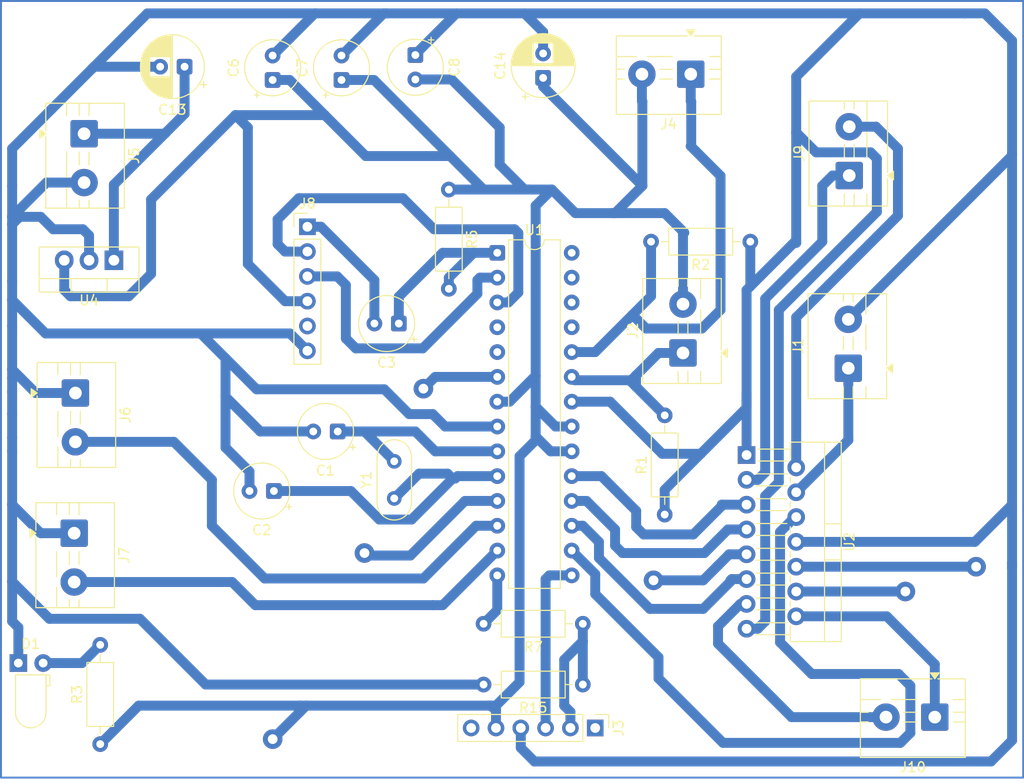
<source format=kicad_pcb>
(kicad_pcb (version 20241229) (generator "pcbnew") (generator_version "9.0")
  (layers (0 "F.Cu" signal) (2 "B.Cu" signal) (13 "F.Paste" user) (15 "B.Paste" user) (5 "F.SilkS" user "F.Silkscreen") (7 "B.SilkS" user "B.Silkscreen") (1 "F.Mask" user) (3 "B.Mask" user) (25 "Edge.Cuts" user))
  (net 0 "")
  (net 1 "GND")
  (net 2 "6V")
  (net 3 "LDR1")
  (net 4 "AVCC")
  (net 5 "LDR2")
  (net 6 "VIN")
  (net 7 "LASER 1")
  (net 8 "LASER 2")
  (net 9 "Net-(D1-A)")
  (net 10 "RESET")
  (net 11 "3.3V_B")
  (net 12 "RX_B")
  (net 13 "MOTOR 2 IN2")
  (net 14 "MOTOR 1 B")
  (net 15 "MOTOR 1 A")
  (net 16 "MOTOR 1 IN1")
  (net 17 "MOTOR 2 IN1")
  (net 18 "MOTOR 2 A")
  (net 19 "MOTOR 2 B")
  (net 20 "MOTOR 1 IN2")
  (net 21 "MOTOR 2 PWM")
  (net 22 "MOTOR 1 PWM")
  (net 24 "txd")
  (net 26 "rxd")
  (net 27 "PB6")
  (net 32 "TX_B")
  (net 33 "PB7")
  (net 36 "Net-(J8-Pin_1)")
  (footprint "TerminalBlock:TerminalBlock_MaiXu_MX126-5.0-02P_1x02_P5.00mm" (layer "F.Cu") (at 102.743 85.852 -90)
    (property "Reference" "J6" (at 2.25 -5.12 90) (layer "F.SilkS"))
    (property "Value" "LASER 1")
    (pad "1" thru_hole roundrect (at 0 0 270) (size 2.8 2.8) (drill 1.3) (layers "*.Cu" "*.Mask") (roundrect_rratio 0.089286) (net 1 "GND"))
    (pad "2" thru_hole circle (at 5 0 270) (size 2.8 2.8) (drill 1.3) (layers "*.Cu" "*.Mask") (net 7 "LASER 1"))
  )
  (footprint "Connector_PinHeader_2.54mm:PinHeader_1x06_P2.54mm_Vertical" (layer "F.Cu") (at 126.492 68.834)
    (property "Reference" "J8" (at 0 -2.38 0) (layer "F.SilkS"))
    (property "Value" "Serial")
    (pad "1" thru_hole rect (at 0 0) (size 1.7 1.7) (drill 1) (layers "*.Cu" "*.Mask") (net 36 "Net-(J8-Pin_1)"))
    (pad "2" thru_hole circle (at 0 2.54) (size 1.7 1.7) (drill 1) (layers "*.Cu" "*.Mask") (net 26 "rxd"))
    (pad "3" thru_hole circle (at 0 5.08) (size 1.7 1.7) (drill 1) (layers "*.Cu" "*.Mask") (net 24 "txd"))
    (pad "4" thru_hole circle (at 0 7.62) (size 1.7 1.7) (drill 1) (layers "*.Cu" "*.Mask") (net 4 "AVCC"))
    (pad "5" thru_hole circle (at 0 10.16) (size 1.7 1.7) (drill 1) (layers "*.Cu" "*.Mask"))
    (pad "6" thru_hole circle (at 0 12.7) (size 1.7 1.7) (drill 1) (layers "*.Cu" "*.Mask") (net 1 "GND"))
  )
  (footprint "Resistor_THT:R_Axial_DIN0207_L6.3mm_D2.5mm_P10.16mm_Horizontal" (layer "F.Cu") (at 163.068 98.298 90)
    (property "Reference" "R1" (at 5.08 -2.37 90) (layer "F.SilkS"))
    (property "Value" "10Ko")
    (pad "1" thru_hole circle (at 0 0 90) (size 1.6 1.6) (drill 0.8) (layers "*.Cu" "*.Mask") (net 1 "GND"))
    (pad "2" thru_hole circle (at 10.16 0 90) (size 1.6 1.6) (drill 0.8) (layers "*.Cu" "*.Mask") (net 3 "LDR1"))
  )
  (footprint "Package_TO_SOT_THT:TO-220-3_Vertical" (layer "F.Cu") (at 106.68 72.263 180)
    (property "Reference" "U4" (at 2.54 -4.1 0) (layer "F.SilkS"))
    (property "Value" "LM7805_TO220")
    (pad "1" thru_hole rect (at 0 0 180) (size 1.905 2) (drill 1.1) (layers "*.Cu" "*.Mask") (net 6 "VIN"))
    (pad "2" thru_hole oval (at 2.54 0 180) (size 1.905 2) (drill 1.1) (layers "*.Cu" "*.Mask") (net 1 "GND"))
    (pad "3" thru_hole oval (at 5.08 0 180) (size 1.905 2) (drill 1.1) (layers "*.Cu" "*.Mask") (net 4 "AVCC"))
  )
  (footprint "Capacitor_THT:CP_Radial_Tantal_D5.5mm_P2.50mm" (layer "F.Cu") (at 135.85 78.74 180)
    (property "Reference" "C3" (at 1.25 -4 0) (layer "F.SilkS"))
    (property "Value" "100nF")
    (pad "1" thru_hole roundrect (at 0 0 180) (size 1.6 1.6) (drill 0.8) (layers "*.Cu" "*.Mask") (roundrect_rratio 0.15625) (net 10 "RESET"))
    (pad "2" thru_hole circle (at 2.5 0 180) (size 1.6 1.6) (drill 0.8) (layers "*.Cu" "*.Mask") (net 36 "Net-(J8-Pin_1)"))
  )
  (footprint "LED_THT:LED_D3.0mm_Horizontal_O1.27mm_Z10.0mm" (layer "F.Cu") (at 96.901 113.497)
    (property "Reference" "D1" (at 1.27 -1.96 0) (layer "F.SilkS"))
    (property "Value" "ON")
    (pad "1" thru_hole rect (at 0 0) (size 1.8 1.8) (drill 0.9) (layers "*.Cu" "*.Mask") (net 1 "GND"))
    (pad "2" thru_hole circle (at 2.54 0) (size 1.8 1.8) (drill 0.9) (layers "*.Cu" "*.Mask") (net 9 "Net-(D1-A)"))
  )
  (footprint "TerminalBlock:TerminalBlock_MaiXu_MX126-5.0-02P_1x02_P5.00mm" (layer "F.Cu") (at 103.632 59.309 -90)
    (property "Reference" "J5" (at 2.25 -5.12 90) (layer "F.SilkS"))
    (property "Value" "9V")
    (pad "1" thru_hole roundrect (at 0 0 270) (size 2.8 2.8) (drill 1.3) (layers "*.Cu" "*.Mask") (roundrect_rratio 0.089286) (net 6 "VIN"))
    (pad "2" thru_hole circle (at 5 0 270) (size 2.8 2.8) (drill 1.3) (layers "*.Cu" "*.Mask") (net 1 "GND"))
  )
  (footprint "Capacitor_THT:CP_Radial_Tantal_D5.5mm_P2.50mm" (layer "F.Cu") (at 129.593369 89.789 180)
    (property "Reference" "C1" (at 1.25 -4 0) (layer "F.SilkS"))
    (property "Value" "22pF")
    (pad "1" thru_hole roundrect (at 0 0 180) (size 1.6 1.6) (drill 0.8) (layers "*.Cu" "*.Mask") (roundrect_rratio 0.15625) (net 27 "PB6"))
    (pad "2" thru_hole circle (at 2.5 0 180) (size 1.6 1.6) (drill 0.8) (layers "*.Cu" "*.Mask") (net 1 "GND"))
  )
  (footprint "TerminalBlock:TerminalBlock_MaiXu_MX126-5.0-02P_1x02_P5.00mm" (layer "F.Cu") (at 181.9585 63.591 90)
    (property "Reference" "J9" (at 2.25 -5.12 90) (layer "F.SilkS"))
    (property "Value" "MOTOR 1")
    (pad "1" thru_hole roundrect (at 0 0 90) (size 2.8 2.8) (drill 1.3) (layers "*.Cu" "*.Mask") (roundrect_rratio 0.089286) (net 14 "MOTOR 1 B"))
    (pad "2" thru_hole circle (at 5 0 90) (size 2.8 2.8) (drill 1.3) (layers "*.Cu" "*.Mask") (net 15 "MOTOR 1 A"))
  )
  (footprint "Capacitor_THT:CP_Radial_D6.3mm_P2.50mm" (layer "F.Cu") (at 150.622 53.594 90)
    (property "Reference" "C14" (at 1.25 -4.4 90) (layer "F.SilkS"))
    (property "Value" "10uF")
    (pad "1" thru_hole roundrect (at 0 0 90) (size 1.6 1.6) (drill 0.8) (layers "*.Cu" "*.Mask") (roundrect_rratio 0.15625) (net 4 "AVCC"))
    (pad "2" thru_hole circle (at 2.5 0 90) (size 1.6 1.6) (drill 0.8) (layers "*.Cu" "*.Mask") (net 1 "GND"))
  )
  (footprint "TerminalBlock:TerminalBlock_MaiXu_MX126-5.0-02P_1x02_P5.00mm" (layer "F.Cu") (at 102.616 100.203 -90)
    (property "Reference" "J7" (at 2.25 -5.12 90) (layer "F.SilkS"))
    (property "Value" "LASER2")
    (pad "1" thru_hole roundrect (at 0 0 270) (size 2.8 2.8) (drill 1.3) (layers "*.Cu" "*.Mask") (roundrect_rratio 0.089286) (net 1 "GND"))
    (pad "2" thru_hole circle (at 5 0 270) (size 2.8 2.8) (drill 1.3) (layers "*.Cu" "*.Mask") (net 8 "LASER 2"))
  )
  (footprint "TerminalBlock:TerminalBlock_MaiXu_MX126-5.0-02P_1x02_P5.00mm" (layer "F.Cu") (at 165.735 53.213 180)
    (property "Reference" "J4" (at 2.25 -5.12 0) (layer "F.SilkS"))
    (property "Value" "LDR2")
    (pad "1" thru_hole roundrect (at 0 0 180) (size 2.8 2.8) (drill 1.3) (layers "*.Cu" "*.Mask") (roundrect_rratio 0.089286) (net 5 "LDR2"))
    (pad "2" thru_hole circle (at 5 0 180) (size 2.8 2.8) (drill 1.3) (layers "*.Cu" "*.Mask") (net 4 "AVCC"))
  )
  (footprint "TerminalBlock:TerminalBlock_MaiXu_MX126-5.0-02P_1x02_P5.00mm" (layer "F.Cu") (at 164.9405 81.752 90)
    (property "Reference" "J2" (at 2.25 -5.12 90) (layer "F.SilkS"))
    (property "Value" "LDR1")
    (pad "1" thru_hole roundrect (at 0 0 90) (size 2.8 2.8) (drill 1.3) (layers "*.Cu" "*.Mask") (roundrect_rratio 0.089286) (net 3 "LDR1"))
    (pad "2" thru_hole circle (at 5 0 90) (size 2.8 2.8) (drill 1.3) (layers "*.Cu" "*.Mask") (net 4 "AVCC"))
  )
  (footprint "Resistor_THT:R_Axial_DIN0207_L6.3mm_D2.5mm_P10.16mm_Horizontal" (layer "F.Cu") (at 154.686 109.474 180)
    (property "Reference" "R7" (at 5.08 -2.37 0) (layer "F.SilkS"))
    (property "Value" "1Ko")
    (pad "1" thru_hole circle (at 0 0 180) (size 1.6 1.6) (drill 0.8) (layers "*.Cu" "*.Mask") (net 11 "3.3V_B"))
    (pad "2" thru_hole circle (at 10.16 0 180) (size 1.6 1.6) (drill 0.8) (layers "*.Cu" "*.Mask") (net 12 "RX_B"))
  )
  (footprint "Capacitor_THT:CP_Radial_D6.3mm_P2.50mm" (layer "F.Cu") (at 113.919 52.451 180)
    (property "Reference" "C13" (at 1.25 -4.4 0) (layer "F.SilkS"))
    (property "Value" "100uF")
    (pad "1" thru_hole roundrect (at 0 0 180) (size 1.6 1.6) (drill 0.8) (layers "*.Cu" "*.Mask") (roundrect_rratio 0.15625) (net 6 "VIN"))
    (pad "2" thru_hole circle (at 2.5 0 180) (size 1.6 1.6) (drill 0.8) (layers "*.Cu" "*.Mask") (net 1 "GND"))
  )
  (footprint "Capacitor_THT:CP_Radial_Tantal_D5.5mm_P2.50mm" (layer "F.Cu") (at 123.063 95.885 180)
    (property "Reference" "C2" (at 1.25 -4 0) (layer "F.SilkS"))
    (property "Value" "22pF")
    (pad "1" thru_hole roundrect (at 0 0 180) (size 1.6 1.6) (drill 0.8) (layers "*.Cu" "*.Mask") (roundrect_rratio 0.15625) (net 33 "PB7"))
    (pad "2" thru_hole circle (at 2.5 0 180) (size 1.6 1.6) (drill 0.8) (layers "*.Cu" "*.Mask") (net 1 "GND"))
  )
  (footprint "Capacitor_THT:CP_Radial_Tantal_D5.5mm_P2.50mm" (layer "F.Cu") (at 122.933 53.808 90)
    (property "Reference" "C6" (at 1.25 -4 90) (layer "F.SilkS"))
    (property "Value" "100nF")
    (pad "1" thru_hole roundrect (at 0 0 90) (size 1.6 1.6) (drill 0.8) (layers "*.Cu" "*.Mask") (roundrect_rratio 0.15625) (net 4 "AVCC"))
    (pad "2" thru_hole circle (at 2.5 0 90) (size 1.6 1.6) (drill 0.8) (layers "*.Cu" "*.Mask") (net 1 "GND"))
  )
  (footprint "Capacitor_THT:CP_Radial_Tantal_D5.5mm_P2.50mm" (layer "F.Cu") (at 137.541 51.254631 -90)
    (property "Reference" "C8" (at 1.25 -4 90) (layer "F.SilkS"))
    (property "Value" "100nF")
    (pad "1" thru_hole roundrect (at 0 0 270) (size 1.6 1.6) (drill 0.8) (layers "*.Cu" "*.Mask") (roundrect_rratio 0.15625) (net 1 "GND"))
    (pad "2" thru_hole circle (at 2.5 0 270) (size 1.6 1.6) (drill 0.8) (layers "*.Cu" "*.Mask") (net 4 "AVCC"))
  )
  (footprint "Resistor_THT:R_Axial_DIN0207_L6.3mm_D2.5mm_P10.16mm_Horizontal" (layer "F.Cu") (at 171.831 70.358 180)
    (property "Reference" "R2" (at 5.08 -2.37 0) (layer "F.SilkS"))
    (property "Value" "10Ko")
    (pad "1" thru_hole circle (at 0 0 180) (size 1.6 1.6) (drill 0.8) (layers "*.Cu" "*.Mask") (net 1 "GND"))
    (pad "2" thru_hole circle (at 10.16 0 180) (size 1.6 1.6) (drill 0.8) (layers "*.Cu" "*.Mask") (net 5 "LDR2"))
  )
  (footprint "Package_DIP:DIP-28_W7.62mm" (layer "F.Cu") (at 145.928 71.501)
    (property "Reference" "U1" (at 3.81 -2.33 0) (layer "F.SilkS"))
    (property "Value" "ATmega328-P")
    (pad "1" thru_hole roundrect (at 0 0) (size 1.6 1.6) (drill 0.8) (layers "*.Cu" "*.Mask") (roundrect_rratio 0.15625) (net 10 "RESET"))
    (pad "2" thru_hole circle (at 0 2.54) (size 1.6 1.6) (drill 0.8) (layers "*.Cu" "*.Mask") (net 24 "txd"))
    (pad "3" thru_hole circle (at 0 5.08) (size 1.6 1.6) (drill 0.8) (layers "*.Cu" "*.Mask") (net 26 "rxd"))
    (pad "4" thru_hole circle (at 0 7.62) (size 1.6 1.6) (drill 0.8) (layers "*.Cu" "*.Mask"))
    (pad "5" thru_hole circle (at 0 10.16) (size 1.6 1.6) (drill 0.8) (layers "*.Cu" "*.Mask"))
    (pad "6" thru_hole circle (at 0 12.7) (size 1.6 1.6) (drill 0.8) (layers "*.Cu" "*.Mask") (net 13 "MOTOR 2 IN2"))
    (pad "7" thru_hole circle (at 0 15.24) (size 1.6 1.6) (drill 0.8) (layers "*.Cu" "*.Mask") (net 4 "AVCC"))
    (pad "8" thru_hole circle (at 0 17.78) (size 1.6 1.6) (drill 0.8) (layers "*.Cu" "*.Mask") (net 1 "GND"))
    (pad "9" thru_hole circle (at 0 20.32) (size 1.6 1.6) (drill 0.8) (layers "*.Cu" "*.Mask") (net 27 "PB6"))
    (pad "10" thru_hole circle (at 0 22.86) (size 1.6 1.6) (drill 0.8) (layers "*.Cu" "*.Mask") (net 33 "PB7"))
    (pad "11" thru_hole circle (at 0 25.4) (size 1.6 1.6) (drill 0.8) (layers "*.Cu" "*.Mask") (net 17 "MOTOR 2 IN1"))
    (pad "12" thru_hole circle (at 0 27.94) (size 1.6 1.6) (drill 0.8) (layers "*.Cu" "*.Mask") (net 7 "LASER 1"))
    (pad "13" thru_hole circle (at 0 30.48) (size 1.6 1.6) (drill 0.8) (layers "*.Cu" "*.Mask") (net 8 "LASER 2"))
    (pad "14" thru_hole circle (at 0 33.02) (size 1.6 1.6) (drill 0.8) (layers "*.Cu" "*.Mask") (net 12 "RX_B"))
    (pad "15" thru_hole circle (at 7.62 33.02) (size 1.6 1.6) (drill 0.8) (layers "*.Cu" "*.Mask") (net 32 "TX_B"))
    (pad "16" thru_hole circle (at 7.62 30.48) (size 1.6 1.6) (drill 0.8) (layers "*.Cu" "*.Mask") (net 22 "MOTOR 1 PWM"))
    (pad "17" thru_hole circle (at 7.62 27.94) (size 1.6 1.6) (drill 0.8) (layers "*.Cu" "*.Mask") (net 21 "MOTOR 2 PWM"))
    (pad "18" thru_hole circle (at 7.62 25.4) (size 1.6 1.6) (drill 0.8) (layers "*.Cu" "*.Mask") (net 20 "MOTOR 1 IN2"))
    (pad "19" thru_hole circle (at 7.62 22.86) (size 1.6 1.6) (drill 0.8) (layers "*.Cu" "*.Mask") (net 16 "MOTOR 1 IN1"))
    (pad "20" thru_hole circle (at 7.62 20.32) (size 1.6 1.6) (drill 0.8) (layers "*.Cu" "*.Mask") (net 4 "AVCC"))
    (pad "21" thru_hole circle (at 7.62 17.78) (size 1.6 1.6) (drill 0.8) (layers "*.Cu" "*.Mask") (net 4 "AVCC"))
    (pad "22" thru_hole circle (at 7.62 15.24) (size 1.6 1.6) (drill 0.8) (layers "*.Cu" "*.Mask") (net 1 "GND"))
    (pad "23" thru_hole circle (at 7.62 12.7) (size 1.6 1.6) (drill 0.8) (layers "*.Cu" "*.Mask") (net 3 "LDR1"))
    (pad "24" thru_hole circle (at 7.62 10.16) (size 1.6 1.6) (drill 0.8) (layers "*.Cu" "*.Mask") (net 5 "LDR2"))
    (pad "25" thru_hole circle (at 7.62 7.62) (size 1.6 1.6) (drill 0.8) (layers "*.Cu" "*.Mask"))
    (pad "26" thru_hole circle (at 7.62 5.08) (size 1.6 1.6) (drill 0.8) (layers "*.Cu" "*.Mask"))
    (pad "27" thru_hole circle (at 7.62 2.54) (size 1.6 1.6) (drill 0.8) (layers "*.Cu" "*.Mask"))
    (pad "28" thru_hole circle (at 7.62 0) (size 1.6 1.6) (drill 0.8) (layers "*.Cu" "*.Mask"))
  )
  (footprint "Connector_PinHeader_2.54mm:PinHeader_1x06_P2.54mm_Vertical" (layer "F.Cu") (at 155.956 120.142 -90)
    (property "Reference" "J3" (at 0 -2.38 90) (layer "F.SilkS"))
    (property "Value" "HC 05/ HC 06")
    (pad "1" thru_hole rect (at 0 0 270) (size 1.7 1.7) (drill 1) (layers "*.Cu" "*.Mask"))
    (pad "2" thru_hole circle (at 0 2.54 270) (size 1.7 1.7) (drill 1) (layers "*.Cu" "*.Mask") (net 11 "3.3V_B"))
    (pad "3" thru_hole circle (at 0 5.08 270) (size 1.7 1.7) (drill 1) (layers "*.Cu" "*.Mask") (net 32 "TX_B"))
    (pad "4" thru_hole circle (at 0 7.62 270) (size 1.7 1.7) (drill 1) (layers "*.Cu" "*.Mask") (net 1 "GND"))
    (pad "5" thru_hole circle (at 0 10.16 270) (size 1.7 1.7) (drill 1) (layers "*.Cu" "*.Mask") (net 4 "AVCC"))
    (pad "6" thru_hole circle (at 0 12.7 270) (size 1.7 1.7) (drill 1) (layers "*.Cu" "*.Mask"))
  )
  (footprint "Resistor_THT:R_Axial_DIN0207_L6.3mm_D2.5mm_P10.16mm_Horizontal" (layer "F.Cu") (at 105.283 121.793 90)
    (property "Reference" "R3" (at 5.08 -2.37 90) (layer "F.SilkS"))
    (property "Value" "330")
    (pad "1" thru_hole circle (at 0 0 90) (size 1.6 1.6) (drill 0.8) (layers "*.Cu" "*.Mask") (net 4 "AVCC"))
    (pad "2" thru_hole circle (at 10.16 0 90) (size 1.6 1.6) (drill 0.8) (layers "*.Cu" "*.Mask") (net 9 "Net-(D1-A)"))
  )
  (footprint "Crystal:Crystal_HC52-6mm_Vertical" (layer "F.Cu") (at 135.382 96.642 90)
    (property "Reference" "Y1" (at 1.9 -2.85 90) (layer "F.SilkS"))
    (property "Value" "16MHz")
    (pad "1" thru_hole circle (at 0 0 90) (size 1.5 1.5) (drill 0.8) (layers "*.Cu" "*.Mask") (net 33 "PB7"))
    (pad "2" thru_hole circle (at 3.8 0 90) (size 1.5 1.5) (drill 0.8) (layers "*.Cu" "*.Mask") (net 27 "PB6"))
  )
  (footprint "TerminalBlock:TerminalBlock_MaiXu_MX126-5.0-02P_1x02_P5.00mm" (layer "F.Cu") (at 190.718 119.0315 180)
    (property "Reference" "J10" (at 2.25 -5.12 0) (layer "F.SilkS"))
    (property "Value" "MOTOR 2")
    (pad "1" thru_hole roundrect (at 0 0 180) (size 2.8 2.8) (drill 1.3) (layers "*.Cu" "*.Mask") (roundrect_rratio 0.089286) (net 19 "MOTOR 2 B"))
    (pad "2" thru_hole circle (at 5 0 180) (size 2.8 2.8) (drill 1.3) (layers "*.Cu" "*.Mask") (net 18 "MOTOR 2 A"))
  )
  (footprint "Resistor_THT:R_Axial_DIN0207_L6.3mm_D2.5mm_P10.16mm_Horizontal" (layer "F.Cu") (at 154.686 115.697 180)
    (property "Reference" "R15" (at 5.08 -2.37 0) (layer "F.SilkS"))
    (property "Value" "2Ko")
    (pad "1" thru_hole circle (at 0 0 180) (size 1.6 1.6) (drill 0.8) (layers "*.Cu" "*.Mask") (net 11 "3.3V_B"))
    (pad "2" thru_hole circle (at 10.16 0 180) (size 1.6 1.6) (drill 0.8) (layers "*.Cu" "*.Mask") (net 1 "GND"))
  )
  (footprint "Resistor_THT:R_Axial_DIN0207_L6.3mm_D2.5mm_P10.16mm_Horizontal" (layer "F.Cu") (at 140.97 65.024 -90)
    (property "Reference" "R5" (at 5.08 -2.37 90) (layer "F.SilkS"))
    (property "Value" "10Ko")
    (pad "1" thru_hole circle (at 0 0 270) (size 1.6 1.6) (drill 0.8) (layers "*.Cu" "*.Mask") (net 4 "AVCC"))
    (pad "2" thru_hole circle (at 10.16 0 270) (size 1.6 1.6) (drill 0.8) (layers "*.Cu" "*.Mask") (net 10 "RESET"))
  )
  (footprint "TerminalBlock:TerminalBlock_MaiXu_MX126-5.0-02P_1x02_P5.00mm" (layer "F.Cu") (at 181.864 83.312 90)
    (property "Reference" "J1" (at 2.25 -5.12 90) (layer "F.SilkS"))
    (property "Value" "6V")
    (pad "1" thru_hole roundrect (at 0 0 90) (size 2.8 2.8) (drill 1.3) (layers "*.Cu" "*.Mask") (roundrect_rratio 0.089286) (net 2 "6V"))
    (pad "2" thru_hole circle (at 5 0 90) (size 2.8 2.8) (drill 1.3) (layers "*.Cu" "*.Mask") (net 1 "GND"))
  )
  (footprint "Capacitor_THT:CP_Radial_Tantal_D5.5mm_P2.50mm" (layer "F.Cu") (at 129.983 53.808 90)
    (property "Reference" "C7" (at 1.25 -4 90) (layer "F.SilkS"))
    (property "Value" "10uF")
    (pad "1" thru_hole roundrect (at 0 0 90) (size 1.6 1.6) (drill 0.8) (layers "*.Cu" "*.Mask") (roundrect_rratio 0.15625) (net 4 "AVCC"))
    (pad "2" thru_hole circle (at 2.5 0 90) (size 1.6 1.6) (drill 0.8) (layers "*.Cu" "*.Mask") (net 1 "GND"))
  )
  (footprint "Package_TO_SOT_THT:TO-220-15_P2.54x5.08mm_StaggerOdd_Lead4.58mm_Vertical" (layer "F.Cu") (at 171.45 92.202 -90)
    (property "Reference" "U2" (at 8.89 -10.53 90) (layer "F.SilkS"))
    (property "Value" "L298N")
    (pad "1" thru_hole rect (at 0 0 270) (size 1.8 1.8) (drill 1) (layers "*.Cu" "*.Mask") (net 1 "GND"))
    (pad "2" thru_hole circle (at 1.27 -5.08 270) (size 1.8 1.8) (drill 1) (layers "*.Cu" "*.Mask") (net 15 "MOTOR 1 A"))
    (pad "3" thru_hole circle (at 2.54 0 270) (size 1.8 1.8) (drill 1) (layers "*.Cu" "*.Mask") (net 14 "MOTOR 1 B"))
    (pad "4" thru_hole circle (at 3.81 -5.08 270) (size 1.8 1.8) (drill 1) (layers "*.Cu" "*.Mask") (net 2 "6V"))
    (pad "5" thru_hole circle (at 5.08 0 270) (size 1.8 1.8) (drill 1) (layers "*.Cu" "*.Mask") (net 16 "MOTOR 1 IN1"))
    (pad "6" thru_hole circle (at 6.35 -5.08 270) (size 1.8 1.8) (drill 1) (layers "*.Cu" "*.Mask") (net 22 "MOTOR 1 PWM"))
    (pad "7" thru_hole circle (at 7.62 0 270) (size 1.8 1.8) (drill 1) (layers "*.Cu" "*.Mask") (net 20 "MOTOR 1 IN2"))
    (pad "8" thru_hole circle (at 8.89 -5.08 270) (size 1.8 1.8) (drill 1) (layers "*.Cu" "*.Mask") (net 1 "GND"))
    (pad "9" thru_hole circle (at 10.16 0 270) (size 1.8 1.8) (drill 1) (layers "*.Cu" "*.Mask") (net 4 "AVCC"))
    (pad "10" thru_hole circle (at 11.43 -5.08 270) (size 1.8 1.8) (drill 1) (layers "*.Cu" "*.Mask") (net 17 "MOTOR 2 IN1"))
    (pad "11" thru_hole circle (at 12.7 0 270) (size 1.8 1.8) (drill 1) (layers "*.Cu" "*.Mask") (net 21 "MOTOR 2 PWM"))
    (pad "12" thru_hole circle (at 13.97 -5.08 270) (size 1.8 1.8) (drill 1) (layers "*.Cu" "*.Mask") (net 13 "MOTOR 2 IN2"))
    (pad "13" thru_hole circle (at 15.24 0 270) (size 1.8 1.8) (drill 1) (layers "*.Cu" "*.Mask") (net 18 "MOTOR 2 A"))
    (pad "14" thru_hole circle (at 16.51 -5.08 270) (size 1.8 1.8) (drill 1) (layers "*.Cu" "*.Mask") (net 19 "MOTOR 2 B"))
    (pad "15" thru_hole circle (at 17.78 0 270) (size 1.8 1.8) (drill 1) (layers "*.Cu" "*.Mask") (net 1 "GND"))
  )
  (gr_rect (start 95.123 45.72) (end 199.771 125.222) (stroke (width 0.2)) (fill no) (layer "B.Cu") (net 1))
  (segment (start 110.109 46.99) (end 104.4575 52.6415) (width 1.016) (layer "B.Cu") (net 1))
  (segment (start 137.541 51.181) (end 141.732 46.99) (width 1.016) (layer "B.Cu") (net 1))
  (segment (start 129.983 51.308) (end 134.301 46.99) (width 1.016) (layer "B.Cu") (net 1))
  (segment (start 134.366 85.471) (end 121.285 85.471) (width 1.016) (layer "B.Cu") (net 1))
  (segment (start 184.785 61.849) (end 184.15 61.214) (width 1.016) (layer "B.Cu") (net 1))
  (segment (start 171.831 70.358) (end 171.831 74.93) (width 1.016) (layer "B.Cu") (net 1))
  (segment (start 98.679 85.852) (end 96.266 83.439) (width 1.016) (layer "B.Cu") (net 1))
  (segment (start 194.818 101.092) (end 198.628 97.282) (width 1.016) (layer "B.Cu") (net 1))
  (segment (start 174.752 77.343) (end 184.785 67.31) (width 1.016) (layer "B.Cu") (net 1))
  (segment (start 176.53 59.182) (end 176.53 53.467) (width 1.016) (layer "B.Cu") (net 1))
  (segment (start 134.301 46.99) (end 134.62 46.99) (width 1.016) (layer "B.Cu") (net 1))
  (segment (start 104.14 69.723) (end 103.505 69.088) (width 1.016) (layer "B.Cu") (net 1))
  (segment (start 121.285 85.471) (end 118.11 82.296) (width 1.016) (layer "B.Cu") (net 1))
  (segment (start 96.266 60.833) (end 96.266 64.643) (width 1.016) (layer "B.Cu") (net 1))
  (segment (start 116.078 115.697) (end 109.347 108.966) (width 1.016) (layer "B.Cu") (net 1))
  (segment (start 198.628 61.548) (end 198.628 61.341) (width 1.016) (layer "B.Cu") (net 1))
  (segment (start 96.266 84.328) (end 96.266 85.725) (width 1.016) (layer "B.Cu") (net 1))
  (segment (start 162.814 92.075) (end 166.751 92.075) (width 1.016) (layer "B.Cu") (net 1))
  (segment (start 148.336 122.174) (end 149.733 123.571) (width 1.016) (layer "B.Cu") (net 1))
  (segment (start 134.62 46.99) (end 127.381 46.99) (width 1.016) (layer "B.Cu") (net 1))
  (segment (start 118.11 86.233) (end 118.11 82.296) (width 1.016) (layer "B.Cu") (net 1))
  (segment (start 96.266 67.818) (end 96.266 68.58) (width 1.016) (layer "B.Cu") (net 1))
  (segment (start 173.355 96.393) (end 174.752 94.996) (width 1.016) (layer "B.Cu") (net 1))
  (segment (start 103.632 64.309) (end 99.775 64.309) (width 1.016) (layer "B.Cu") (net 1))
  (segment (start 172.593 109.982) (end 173.355 109.22) (width 1.016) (layer "B.Cu") (net 1))
  (segment (start 198.628 49.784) (end 195.834 46.99) (width 1.016) (layer "B.Cu") (net 1))
  (segment (start 96.266 109.22) (end 96.901 109.855) (width 1.016) (layer "B.Cu") (net 1))
  (segment (start 96.266 90.424) (end 96.266 91.821) (width 1.016) (layer "B.Cu") (net 1))
  (segment (start 174.752 94.996) (end 174.752 77.343) (width 1.016) (layer "B.Cu") (net 1))
  (segment (start 188.214 123.571) (end 188.976 123.571) (width 1.016) (layer "B.Cu") (net 1))
  (segment (start 198.628 121.412) (end 196.469 123.571) (width 1.016) (layer "B.Cu") (net 1))
  (segment (start 176.53 101.092) (end 194.818 101.092) (width 1.016) (layer "B.Cu") (net 1))
  (segment (start 127.381 46.99) (end 110.109 46.99) (width 1.016) (layer "B.Cu") (net 1))
  (segment (start 137.541 51.254631) (end 137.541 51.181) (width 1.016) (layer "B.Cu") (net 1))
  (segment (start 136.906 88.011) (end 134.366 85.471) (width 1.016) (layer "B.Cu") (net 1))
  (segment (start 184.785 67.31) (end 184.785 61.849) (width 1.016) (layer "B.Cu") (net 1))
  (segment (start 96.266 85.725) (end 96.266 88.011) (width 1.016) (layer "B.Cu") (net 1))
  (segment (start 139.319 88.011) (end 136.906 88.011) (width 1.016) (layer "B.Cu") (net 1))
  (segment (start 183.007 46.99) (end 148.717 46.99) (width 1.016) (layer "B.Cu") (net 1))
  (segment (start 103.505 69.088) (end 100.457 69.088) (width 1.016) (layer "B.Cu") (net 1))
  (segment (start 148.336 120.142) (end 148.336 122.174) (width 1.016) (layer "B.Cu") (net 1))
  (segment (start 96.266 68.58) (end 96.266 74.422) (width 1.016) (layer "B.Cu") (net 1))
  (segment (start 100.33 56.769) (end 96.266 60.833) (width 1.016) (layer "B.Cu") (net 1))
  (segment (start 150.622 48.895) (end 148.717 46.99) (width 1.016) (layer "B.Cu") (net 1))
  (segment (start 118.11 82.296) (end 115.57 79.756) (width 1.016) (layer "B.Cu") (net 1))
  (segment (start 171.45 75.311) (end 171.831 74.93) (width 1.016) (layer "B.Cu") (net 1))
  (segment (start 96.266 78.994) (end 96.266 83.439) (width 1.016) (layer "B.Cu") (net 1))
  (segment (start 163.068 98.298) (end 163.068 95.758) (width 1.016) (layer "B.Cu") (net 1))
  (segment (start 171.45 85.852) (end 171.45 75.311) (width 1.016) (layer "B.Cu") (net 1))
  (segment (start 150.622 51.094) (end 150.622 48.895) (width 1.016) (layer "B.Cu") (net 1))
  (segment (start 126.492 81.534) (end 124.714 79.756) (width 1.016) (layer "B.Cu") (net 1))
  (segment (start 171.45 87.376) (end 171.45 85.852) (width 1.016) (layer "B.Cu") (net 1))
  (segment (start 97.028 67.818) (end 96.266 67.818) (width 1.016) (layer "B.Cu") (net 1))
  (segment (start 163.068 95.758) (end 166.751 92.075) (width 1.016) (layer "B.Cu") (net 1))
  (segment (start 96.266 64.643) (end 96.266 67.818) (width 1.016) (layer "B.Cu") (net 1))
  (segment (start 181.864 78.312) (end 198.628 61.548) (width 1.016) (layer "B.Cu") (net 1))
  (segment (start 140.589 89.281) (end 139.319 88.011) (width 1.016) (layer "B.Cu") (net 1))
  (segment (start 96.266 76.327) (end 96.266 78.994) (width 1.016) (layer "B.Cu") (net 1))
  (segment (start 104.648 52.451) (end 104.4575 52.6415) (width 1.016) (layer "B.Cu") (net 1))
  (segment (start 145.928 89.281) (end 140.589 89.281) (width 1.016) (layer "B.Cu") (net 1))
  (segment (start 176.276 70.485) (end 176.53 70.485) (width 1.016) (layer "B.Cu") (net 1))
  (segment (start 127.093369 89.789) (end 121.666 89.789) (width 1.016) (layer "B.Cu") (net 1))
  (segment (start 184.15 61.214) (end 178.562 61.214) (width 1.016) (layer "B.Cu") (net 1))
  (segment (start 171.45 92.202) (end 171.45 85.852) (width 1.016) (layer "B.Cu") (net 1))
  (segment (start 102.743 85.852) (end 98.679 85.852) (width 1.016) (layer "B.Cu") (net 1))
  (segment (start 96.266 97.282) (end 96.266 105.156) (width 1.016) (layer "B.Cu") (net 1))
  (segment (start 193.802 46.99) (end 183.007 46.99) (width 1.016) (layer "B.Cu") (net 1))
  (segment (start 99.187 67.818) (end 97.028 67.818) (width 1.016) (layer "B.Cu") (net 1))
  (segment (start 102.616 100.203) (end 99.187 100.203) (width 1.016) (layer "B.Cu") (net 1))
  (segment (start 127.251 46.99) (end 127.381 46.99) (width 1.016) (layer "B.Cu") (net 1))
  (segment (start 118.11 91.44) (end 118.11 86.233) (width 1.016) (layer "B.Cu") (net 1))
  (segment (start 120.563 95.885) (end 120.563 93.893) (width 1.016) (layer "B.Cu") (net 1))
  (segment (start 124.714 79.756) (end 115.57 79.756) (width 1.016) (layer "B.Cu") (net 1))
  (segment (start 96.266 83.439) (end 96.266 84.328) (width 1.016) (layer "B.Cu") (net 1))
  (segment (start 104.14 72.263) (end 104.14 69.723) (width 1.016) (layer "B.Cu") (net 1))
  (segment (start 148.717 46.99) (end 141.732 46.99) (width 1.016) (layer "B.Cu") (net 1))
  (segment (start 96.266 88.011) (end 96.266 90.424) (width 1.016) (layer "B.Cu") (net 1))
  (segment (start 198.628 97.282) (end 198.628 61.341) (width 1.016) (layer "B.Cu") (net 1))
  (segment (start 198.628 103.251) (end 198.628 121.412) (width 1.016) (layer "B.Cu") (net 1))
  (segment (start 141.732 46.99) (end 134.62 46.99) (width 1.016) (layer "B.Cu") (net 1))
  (segment (start 173.355 109.22) (end 173.355 96.393) (width 1.016) (layer "B.Cu") (net 1))
  (segment (start 100.457 69.088) (end 99.187 67.818) (width 1.016) (layer "B.Cu") (net 1))
  (segment (start 104.4575 52.6415) (end 100.33 56.769) (width 1.016) (layer "B.Cu") (net 1))
  (segment (start 187.452 123.571) (end 188.214 123.571) (width 1.016) (layer "B.Cu") (net 1))
  (segment (start 99.695 79.756) (end 96.266 76.327) (width 1.016) (layer "B.Cu") (net 1))
  (segment (start 198.628 103.759) (end 198.628 103.251) (width 1.016) (layer "B.Cu") (net 1))
  (segment (start 96.266 105.156) (end 100.076 108.966) (width 1.016) (layer "B.Cu") (net 1))
  (segment (start 149.733 123.571) (end 187.452 123.571) (width 1.016) (layer "B.Cu") (net 1))
  (segment (start 96.266 91.821) (end 96.266 97.282) (width 1.016) (layer "B.Cu") (net 1))
  (segment (start 157.48 86.741) (end 162.814 92.075) (width 1.016) (layer "B.Cu") (net 1))
  (segment (start 122.933 51.308) (end 127.251 46.99) (width 1.016) (layer "B.Cu") (net 1))
  (segment (start 96.901 109.855) (end 96.901 113.497) (width 1.016) (layer "B.Cu") (net 1))
  (segment (start 153.548 86.741) (end 157.48 86.741) (width 1.016) (layer "B.Cu") (net 1))
  (segment (start 100.076 108.966) (end 109.347 108.966) (width 1.016) (layer "B.Cu") (net 1))
  (segment (start 166.751 92.075) (end 171.45 87.376) (width 1.016) (layer "B.Cu") (net 1))
  (segment (start 121.666 89.789) (end 118.11 86.233) (width 1.016) (layer "B.Cu") (net 1))
  (segment (start 96.266 105.156) (end 96.266 109.22) (width 1.016) (layer "B.Cu") (net 1))
  (segment (start 176.53 70.485) (end 176.53 59.182) (width 1.016) (layer "B.Cu") (net 1))
  (segment (start 144.526 115.697) (end 116.078 115.697) (width 1.016) (layer "B.Cu") (net 1))
  (segment (start 99.187 100.203) (end 96.266 97.282) (width 1.016) (layer "B.Cu") (net 1))
  (segment (start 198.628 103.251) (end 198.628 97.282) (width 1.016) (layer "B.Cu") (net 1))
  (segment (start 171.45 109.982) (end 172.593 109.982) (width 1.016) (layer "B.Cu") (net 1))
  (segment (start 178.562 61.214) (end 176.53 59.182) (width 1.016) (layer "B.Cu") (net 1))
  (segment (start 96.266 74.422) (end 96.266 76.327) (width 1.016) (layer "B.Cu") (net 1))
  (segment (start 111.419 52.451) (end 104.648 52.451) (width 1.016) (layer "B.Cu") (net 1))
  (segment (start 171.831 74.93) (end 176.276 70.485) (width 1.016) (layer "B.Cu") (net 1))
  (segment (start 96.266 68.58) (end 97.028 67.818) (width 1.016) (layer "B.Cu") (net 1))
  (segment (start 198.628 61.341) (end 198.628 49.784) (width 1.016) (layer "B.Cu") (net 1))
  (segment (start 120.563 93.893) (end 118.11 91.44) (width 1.016) (layer "B.Cu") (net 1))
  (segment (start 188.976 123.571) (end 196.469 123.571) (width 1.016) (layer "B.Cu") (net 1))
  (segment (start 99.775 64.309) (end 96.266 67.818) (width 1.016) (layer "B.Cu") (net 1))
  (segment (start 195.834 46.99) (end 193.802 46.99) (width 1.016) (layer "B.Cu") (net 1))
  (segment (start 115.57 79.756) (end 99.695 79.756) (width 1.016) (layer "B.Cu") (net 1))
  (segment (start 176.53 53.467) (end 183.007 46.99) (width 1.016) (layer "B.Cu") (net 1))
  (segment (start 181.864 90.678) (end 176.53 96.012) (width 1.016) (layer "B.Cu") (net 2))
  (segment (start 181.864 83.312) (end 181.864 90.678) (width 1.016) (layer "B.Cu") (net 2))
  (segment (start 159.639 84.546) (end 159.639 84.709) (width 1.016) (layer "B.Cu") (net 3))
  (segment (start 159.639 84.709) (end 160.0835 85.1535) (width 1.016) (layer "B.Cu") (net 3))
  (segment (start 160.129 84.056) (end 160.129 85.108) (width 1.016) (layer "B.Cu") (net 3))
  (segment (start 153.893 84.546) (end 153.548 84.201) (width 1.016) (layer "B.Cu") (net 3))
  (segment (start 160.0835 85.1535) (end 163.068 88.138) (width 1.016) (layer "B.Cu") (net 3))
  (segment (start 164.9405 81.752) (end 162.433 81.752) (width 1.016) (layer "B.Cu") (net 3))
  (segment (start 160.129 85.108) (end 160.0835 85.1535) (width 1.016) (layer "B.Cu") (net 3))
  (segment (start 160.129 84.056) (end 159.639 84.546) (width 1.016) (layer "B.Cu") (net 3))
  (segment (start 159.639 84.546) (end 153.893 84.546) (width 1.016) (layer "B.Cu") (net 3))
  (segment (start 162.433 81.752) (end 160.129 84.056) (width 1.016) (layer "B.Cu") (net 3))
  (via (at 122.936 121.285) (size 2) (drill 1) (layers "F.Cu" "B.Cu") (net 4))
  (via (at 161.925 105.029) (size 2) (drill 1) (layers "F.Cu" "B.Cu") (net 4))
  (segment (start 160.735 55.96) (end 160.735 53.213) (width 1.016) (layer "B.Cu") (net 4))
  (segment (start 148.209 92.329) (end 148.209 115.443) (width 1.016) (layer "B.Cu") (net 4))
  (segment (start 126.492 76.454) (end 124.206 76.454) (width 1.016) (layer "B.Cu") (net 4))
  (segment (start 149.86 66.675) (end 151.511 65.024) (width 1.016) (layer "B.Cu") (net 4))
  (segment (start 109.22 117.856) (end 105.283 121.793) (width 1.016) (layer "B.Cu") (net 4))
  (segment (start 141.097 61.595) (end 144.526 65.024) (width 1.016) (layer "B.Cu") (net 4))
  (segment (start 171.45 102.362) (end 169.672 102.362) (width 1.016) (layer "B.Cu") (net 4))
  (segment (start 101.6 72.263) (end 101.6 75.311) (width 1.016) (layer "B.Cu") (net 4))
  (segment (start 119.126 57.404) (end 128.27 57.404) (width 1.016) (layer "B.Cu") (net 4))
  (segment (start 125.73 118.491) (end 122.936 121.285) (width 1.016) (layer "B.Cu") (net 4))
  (segment (start 122.933 53.808) (end 124.674 53.808) (width 1.016) (layer "B.Cu") (net 4))
  (segment (start 157.988 67.437) (end 157.734 67.437) (width 1.016) (layer "B.Cu") (net 4))
  (segment (start 140.97 65.024) (end 144.526 65.024) (width 1.016) (layer "B.Cu") (net 4))
  (segment (start 145.928 86.741) (end 147.193 86.741) (width 1.016) (layer "B.Cu") (net 4))
  (segment (start 102.235 75.946) (end 108.204 75.946) (width 1.016) (layer "B.Cu") (net 4))
  (segment (start 128.27 57.404) (end 132.461 61.595) (width 1.016) (layer "B.Cu") (net 4))
  (segment (start 141.257631 53.754631) (end 146.177 58.674) (width 1.016) (layer "B.Cu") (net 4))
  (segment (start 120.396 72.644) (end 120.396 58.674) (width 1.016) (layer "B.Cu") (net 4))
  (segment (start 167.005 105.029) (end 161.925 105.029) (width 1.016) (layer "B.Cu") (net 4))
  (segment (start 145.034 117.856) (end 145.288 117.856) (width 1.016) (layer "B.Cu") (net 4))
  (segment (start 153.548 91.821) (end 151.384 91.821) (width 1.016) (layer "B.Cu") (net 4))
  (segment (start 151.384 91.821) (end 149.86 90.297) (width 1.016) (layer "B.Cu") (net 4))
  (segment (start 101.6 75.311) (end 102.235 75.946) (width 1.016) (layer "B.Cu") (net 4))
  (segment (start 151.892 89.281) (end 149.86 87.249) (width 1.016) (layer "B.Cu") (net 4))
  (segment (start 149.098 65.024) (end 151.511 65.024) (width 1.016) (layer "B.Cu") (net 4))
  (segment (start 149.86 87.249) (end 149.86 84.074) (width 1.016) (layer "B.Cu") (net 4))
  (segment (start 153.924 67.437) (end 157.734 67.437) (width 1.016) (layer "B.Cu") (net 4))
  (segment (start 148.209 115.443) (end 145.796 117.856) (width 1.016) (layer "B.Cu") (net 4))
  (segment (start 129.983 53.808) (end 133.31 53.808) (width 1.016) (layer "B.Cu") (net 4))
  (segment (start 145.288 117.856) (end 145.796 118.364) (width 1.016) (layer "B.Cu") (net 4))
  (segment (start 169.672 102.362) (end 168.529 103.505) (width 1.016) (layer "B.Cu") (net 4))
  (segment (start 153.548 89.281) (end 151.892 89.281) (width 1.016) (layer "B.Cu") (net 4))
  (segment (start 149.86 90.678) (end 148.209 92.329) (width 1.016) (layer "B.Cu") (net 4))
  (segment (start 163.068 67.437) (end 157.734 67.437) (width 1.016) (layer "B.Cu") (net 4))
  (segment (start 146.177 58.674) (end 146.177 62.484) (width 1.016) (layer "B.Cu") (net 4))
  (segment (start 146.177 62.484) (end 148.717 65.024) (width 1.016) (layer "B.Cu") (net 4))
  (segment (start 137.541 53.754631) (end 141.257631 53.754631) (width 1.016) (layer "B.Cu") (net 4))
  (segment (start 149.86 84.074) (end 149.86 66.675) (width 1.016) (layer "B.Cu") (net 4))
  (segment (start 164.9405 76.752) (end 164.9405 69.5635) (width 1.016) (layer "B.Cu") (net 4))
  (segment (start 160.782 56.007) (end 160.735 55.96) (width 1.016) (layer "B.Cu") (net 4))
  (segment (start 132.461 61.595) (end 141.097 61.595) (width 1.016) (layer "B.Cu") (net 4))
  (segment (start 148.717 65.024) (end 149.098 65.024) (width 1.016) (layer "B.Cu") (net 4))
  (segment (start 120.396 58.674) (end 119.126 57.404) (width 1.016) (layer "B.Cu") (net 4))
  (segment (start 149.86 90.297) (end 149.86 87.249) (width 1.016) (layer "B.Cu") (net 4))
  (segment (start 164.9405 69.5635) (end 165.0675 69.4365) (width 1.016) (layer "B.Cu") (net 4))
  (segment (start 145.796 117.856) (end 145.034 117.856) (width 1.016) (layer "B.Cu") (net 4))
  (segment (start 160.782 64.643) (end 157.988 67.437) (width 1.016) (layer "B.Cu") (net 4))
  (segment (start 149.86 90.297) (end 149.86 90.678) (width 1.016) (layer "B.Cu") (net 4))
  (segment (start 165.0675 69.4365) (end 163.068 67.437) (width 1.016) (layer "B.Cu") (net 4))
  (segment (start 126.365 117.856) (end 125.73 118.491) (width 1.016) (layer "B.Cu") (net 4))
  (segment (start 124.674 53.808) (end 128.27 57.404) (width 1.016) (layer "B.Cu") (net 4))
  (segment (start 150.622 54.483) (end 160.782 64.643) (width 1.016) (layer "B.Cu") (net 4))
  (segment (start 145.034 117.856) (end 126.365 117.856) (width 1.016) (layer "B.Cu") (net 4))
  (segment (start 144.526 65.024) (end 149.098 65.024) (width 1.016) (layer "B.Cu") (net 4))
  (segment (start 145.796 118.364) (end 145.796 117.856) (width 1.016) (layer "B.Cu") (net 4))
  (segment (start 133.31 53.808) (end 141.097 61.595) (width 1.016) (layer "B.Cu") (net 4))
  (segment (start 108.204 75.946) (end 110.49 73.66) (width 1.016) (layer "B.Cu") (net 4))
  (segment (start 110.49 66.04) (end 119.126 57.404) (width 1.016) (layer "B.Cu") (net 4))
  (segment (start 147.193 86.741) (end 149.86 84.074) (width 1.016) (layer "B.Cu") (net 4))
  (segment (start 125.73 117.856) (end 109.22 117.856) (width 1.016) (layer "B.Cu") (net 4))
  (segment (start 168.529 103.505) (end 167.005 105.029) (width 1.016) (layer "B.Cu") (net 4))
  (segment (start 126.365 117.856) (end 125.73 117.856) (width 1.016) (layer "B.Cu") (net 4))
  (segment (start 110.49 73.66) (end 110.49 66.04) (width 1.016) (layer "B.Cu") (net 4))
  (segment (start 124.206 76.454) (end 120.396 72.644) (width 1.016) (layer "B.Cu") (net 4))
  (segment (start 145.796 120.142) (end 145.796 118.364) (width 1.016) (layer "B.Cu") (net 4))
  (segment (start 125.73 117.856) (end 125.73 118.491) (width 1.016) (layer "B.Cu") (net 4))
  (segment (start 150.622 53.594) (end 150.622 54.483) (width 1.016) (layer "B.Cu") (net 4))
  (segment (start 151.511 65.024) (end 153.924 67.437) (width 1.016) (layer "B.Cu") (net 4))
  (segment (start 160.782 56.007) (end 160.782 64.643) (width 1.016) (layer "B.Cu") (net 4))
  (segment (start 161.671 75.946) (end 161.671 70.358) (width 1.016) (layer "B.Cu") (net 5))
  (segment (start 165.735 55.96) (end 165.735 53.213) (width 1.016) (layer "B.Cu") (net 5))
  (segment (start 166.878 79.248) (end 168.783 77.343) (width 1.016) (layer "B.Cu") (net 5))
  (segment (start 165.735 60.579) (end 165.782 60.532) (width 1.016) (layer "B.Cu") (net 5))
  (segment (start 165.782 60.532) (end 165.782 56.007) (width 1.016) (layer "B.Cu") (net 5))
  (segment (start 159.766 77.851) (end 161.671 75.946) (width 1.016) (layer "B.Cu") (net 5))
  (segment (start 165.782 56.007) (end 165.735 55.96) (width 1.016) (layer "B.Cu") (net 5))
  (segment (start 159.766 77.851) (end 161.163 79.248) (width 1.016) (layer "B.Cu") (net 5))
  (segment (start 161.163 79.248) (end 166.878 79.248) (width 1.016) (layer "B.Cu") (net 5))
  (segment (start 168.783 77.343) (end 168.783 63.627) (width 1.016) (layer "B.Cu") (net 5))
  (segment (start 155.956 81.661) (end 159.766 77.851) (width 1.016) (layer "B.Cu") (net 5))
  (segment (start 168.783 63.627) (end 165.735 60.579) (width 1.016) (layer "B.Cu") (net 5))
  (segment (start 153.548 81.661) (end 155.956 81.661) (width 1.016) (layer "B.Cu") (net 5))
  (segment (start 106.68 64.516) (end 112.014 59.182) (width 1.016) (layer "B.Cu") (net 6))
  (segment (start 106.68 72.263) (end 106.68 64.516) (width 1.016) (layer "B.Cu") (net 6))
  (segment (start 113.919 57.277) (end 113.919 52.451) (width 1.016) (layer "B.Cu") (net 6))
  (segment (start 112.014 59.182) (end 113.919 57.277) (width 1.016) (layer "B.Cu") (net 6))
  (segment (start 103.632 59.309) (end 111.887 59.309) (width 1.016) (layer "B.Cu") (net 6))
  (segment (start 111.887 59.309) (end 112.014 59.182) (width 1.016) (layer "B.Cu") (net 6))
  (segment (start 138.3665 104.8385) (end 122.1105 104.8385) (width 1.016) (layer "B.Cu") (net 7))
  (segment (start 116.713 99.441) (end 122.1105 104.8385) (width 1.016) (layer "B.Cu") (net 7))
  (segment (start 143.764 99.441) (end 138.3665 104.8385) (width 1.016) (layer "B.Cu") (net 7))
  (segment (start 102.743 90.852) (end 112.823 90.852) (width 1.016) (layer "B.Cu") (net 7))
  (segment (start 116.713 94.742) (end 116.713 99.441) (width 1.016) (layer "B.Cu") (net 7))
  (segment (start 112.823 90.852) (end 116.713 94.742) (width 1.016) (layer "B.Cu") (net 7))
  (segment (start 145.928 99.441) (end 143.764 99.441) (width 1.016) (layer "B.Cu") (net 7))
  (segment (start 102.616 105.203) (end 118.792 105.203) (width 1.016) (layer "B.Cu") (net 8))
  (segment (start 140.34 107.569) (end 139.319 107.569) (width 1.016) (layer "B.Cu") (net 8))
  (segment (start 118.792 105.203) (end 121.158 107.569) (width 1.016) (layer "B.Cu") (net 8))
  (segment (start 121.158 107.569) (end 139.319 107.569) (width 1.016) (layer "B.Cu") (net 8))
  (segment (start 145.928 101.981) (end 140.34 107.569) (width 1.016) (layer "B.Cu") (net 8))
  (segment (start 103.419 113.497) (end 105.283 111.633) (width 1.016) (layer "B.Cu") (net 9))
  (segment (start 99.441 113.497) (end 103.419 113.497) (width 1.016) (layer "B.Cu") (net 9))
  (segment (start 140.335 71.501) (end 143.51 71.501) (width 1.016) (layer "B.Cu") (net 10))
  (segment (start 140.97 74.041) (end 143.51 71.501) (width 1.016) (layer "B.Cu") (net 10))
  (segment (start 135.85 78.74) (end 135.85 75.986) (width 1.016) (layer "B.Cu") (net 10))
  (segment (start 143.51 71.501) (end 145.928 71.501) (width 1.016) (layer "B.Cu") (net 10))
  (segment (start 135.85 75.986) (end 140.335 71.501) (width 1.016) (layer "B.Cu") (net 10))
  (segment (start 140.97 75.184) (end 140.97 74.041) (width 1.016) (layer "B.Cu") (net 10))
  (segment (start 154.686 109.474) (end 154.686 111.252) (width 1.016) (layer "B.Cu") (net 11))
  (segment (start 154.686 111.252) (end 154.686 115.697) (width 1.016) (layer "B.Cu") (net 11))
  (segment (start 153.416 118.491) (end 152.781 117.856) (width 1.016) (layer "B.Cu") (net 11))
  (segment (start 152.781 117.856) (end 152.781 113.157) (width 1.016) (layer "B.Cu") (net 11))
  (segment (start 153.416 120.142) (end 153.416 118.491) (width 1.016) (layer "B.Cu") (net 11))
  (segment (start 152.781 113.157) (end 154.686 111.252) (width 1.016) (layer "B.Cu") (net 11))
  (segment (start 145.928 108.072) (end 144.526 109.474) (width 1.016) (layer "B.Cu") (net 12))
  (segment (start 145.928 104.521) (end 145.928 108.072) (width 1.016) (layer "B.Cu") (net 12))
  (via (at 138.3665 85.4075) (size 2) (drill 1) (layers "F.Cu" "B.Cu") (net 13))
  (via (at 187.706 106.172) (size 2) (drill 1) (layers "F.Cu" "B.Cu") (net 13))
  (segment (start 138.3665 85.4075) (end 138.303 85.471) (width 1.016) (layer "B.Cu") (net 13))
  (segment (start 145.928 84.201) (end 139.573 84.201) (width 1.016) (layer "B.Cu") (net 13))
  (segment (start 176.53 106.172) (end 187.706 106.172) (width 1.016) (layer "B.Cu") (net 13))
  (segment (start 139.573 84.201) (end 138.3665 85.4075) (width 1.016) (layer "B.Cu") (net 13))
  (segment (start 179.197 64.643) (end 180.249 63.591) (width 1.016) (layer "B.Cu") (net 14))
  (segment (start 171.45 94.742) (end 172.593 94.742) (width 1.016) (layer "B.Cu") (net 14))
  (segment (start 180.249 63.591) (end 181.9585 63.591) (width 1.016) (layer "B.Cu") (net 14))
  (segment (start 173.355 93.98) (end 173.355 76.2) (width 1.016) (layer "B.Cu") (net 14))
  (segment (start 179.197 70.358) (end 179.197 64.643) (width 1.016) (layer "B.Cu") (net 14))
  (segment (start 172.593 94.742) (end 173.355 93.98) (width 1.016) (layer "B.Cu") (net 14))
  (segment (start 173.355 76.2) (end 179.197 70.358) (width 1.016) (layer "B.Cu") (net 14))
  (segment (start 186.944 67.691) (end 176.53 78.105) (width 1.016) (layer "B.Cu") (net 15))
  (segment (start 181.9585 58.591) (end 184.702 58.591) (width 1.016) (layer "B.Cu") (net 15))
  (segment (start 176.53 78.105) (end 176.53 93.472) (width 1.016) (layer "B.Cu") (net 15))
  (segment (start 186.944 60.833) (end 186.944 67.691) (width 1.016) (layer "B.Cu") (net 15))
  (segment (start 184.702 58.591) (end 186.944 60.833) (width 1.016) (layer "B.Cu") (net 15))
  (segment (start 168.91 97.409) (end 168.91 97.282) (width 1.016) (layer "B.Cu") (net 16))
  (segment (start 160.147 97.917) (end 160.147 99.568) (width 1.016) (layer "B.Cu") (net 16))
  (segment (start 160.909 100.33) (end 165.989 100.33) (width 1.016) (layer "B.Cu") (net 16))
  (segment (start 156.591 94.361) (end 160.147 97.917) (width 1.016) (layer "B.Cu") (net 16))
  (segment (start 153.548 94.361) (end 156.591 94.361) (width 1.016) (layer "B.Cu") (net 16))
  (segment (start 168.91 97.282) (end 171.45 97.282) (width 1.016) (layer "B.Cu") (net 16))
  (segment (start 165.989 100.33) (end 168.91 97.409) (width 1.016) (layer "B.Cu") (net 16))
  (segment (start 160.147 99.568) (end 160.909 100.33) (width 1.016) (layer "B.Cu") (net 16))
  (via (at 132.334 102.235) (size 2) (drill 1) (layers "F.Cu" "B.Cu") (net 17))
  (via (at 194.945 103.632) (size 2) (drill 1) (layers "F.Cu" "B.Cu") (net 17))
  (segment (start 132.588 102.489) (end 132.334 102.235) (width 1.016) (layer "B.Cu") (net 17))
  (segment (start 142.621 96.901) (end 137.033 102.489) (width 1.016) (layer "B.Cu") (net 17))
  (segment (start 176.53 103.632) (end 194.945 103.632) (width 1.016) (layer "B.Cu") (net 17))
  (segment (start 137.033 102.489) (end 132.588 102.489) (width 1.016) (layer "B.Cu") (net 17))
  (segment (start 145.928 96.901) (end 142.621 96.901) (width 1.016) (layer "B.Cu") (net 17))
  (segment (start 176.0545 119.0315) (end 185.718 119.0315) (width 1.016) (layer "B.Cu") (net 18))
  (segment (start 171.45 107.442) (end 170.815 107.442) (width 1.016) (layer "B.Cu") (net 18))
  (segment (start 170.815 107.442) (end 168.529 109.728) (width 1.016) (layer "B.Cu") (net 18))
  (segment (start 168.529 109.728) (end 168.529 111.506) (width 1.016) (layer "B.Cu") (net 18))
  (segment (start 168.529 111.506) (end 176.0545 119.0315) (width 1.016) (layer "B.Cu") (net 18))
  (segment (start 190.718 113.629) (end 185.801 108.712) (width 1.016) (layer "B.Cu") (net 19))
  (segment (start 190.718 119.0315) (end 190.718 113.629) (width 1.016) (layer "B.Cu") (net 19))
  (segment (start 176.53 108.712) (end 185.801 108.712) (width 1.016) (layer "B.Cu") (net 19))
  (segment (start 158.75 102.235) (end 167.132 102.235) (width 1.016) (layer "B.Cu") (net 20))
  (segment (start 155.067 96.901) (end 157.988 99.822) (width 1.016) (layer "B.Cu") (net 20))
  (segment (start 157.988 99.822) (end 157.988 101.473) (width 1.016) (layer "B.Cu") (net 20))
  (segment (start 167.132 102.235) (end 169.545 99.822) (width 1.016) (layer "B.Cu") (net 20))
  (segment (start 157.988 101.473) (end 158.75 102.235) (width 1.016) (layer "B.Cu") (net 20))
  (segment (start 153.548 96.901) (end 155.067 96.901) (width 1.016) (layer "B.Cu") (net 20))
  (segment (start 169.545 99.822) (end 171.45 99.822) (width 1.016) (layer "B.Cu") (net 20))
  (segment (start 154.686 99.441) (end 153.548 99.441) (width 1.016) (layer "B.Cu") (net 21))
  (segment (start 167.005 107.95) (end 161.544 107.95) (width 1.016) (layer "B.Cu") (net 21))
  (segment (start 169.926 104.902) (end 169.799 105.029) (width 1.016) (layer "B.Cu") (net 21))
  (segment (start 169.799 105.156) (end 167.005 107.95) (width 1.016) (layer "B.Cu") (net 21))
  (segment (start 161.544 107.95) (end 156.337 102.743) (width 1.016) (layer "B.Cu") (net 21))
  (segment (start 169.799 105.029) (end 169.799 105.156) (width 1.016) (layer "B.Cu") (net 21))
  (segment (start 156.337 102.743) (end 156.337 101.092) (width 1.016) (layer "B.Cu") (net 21))
  (segment (start 156.337 101.092) (end 154.686 99.441) (width 1.016) (layer "B.Cu") (net 21))
  (segment (start 171.45 104.902) (end 169.926 104.902) (width 1.016) (layer "B.Cu") (net 21))
  (segment (start 174.879 111.379) (end 174.879 100.076) (width 1.016) (layer "B.Cu") (net 22))
  (segment (start 187.198 121.666) (end 188.214 120.65) (width 1.016) (layer "B.Cu") (net 22))
  (segment (start 178.1175 114.6175) (end 174.879 111.379) (width 1.016) (layer "B.Cu") (net 22))
  (segment (start 188.214 115.824) (end 187.0075 114.6175) (width 1.016) (layer "B.Cu") (net 22))
  (segment (start 169.037 121.666) (end 187.198 121.666) (width 1.016) (layer "B.Cu") (net 22))
  (segment (start 188.214 120.65) (end 188.214 115.824) (width 1.016) (layer "B.Cu") (net 22))
  (segment (start 176.403 98.552) (end 176.53 98.552) (width 1.016) (layer "B.Cu") (net 22))
  (segment (start 187.0075 114.6175) (end 178.1175 114.6175) (width 1.016) (layer "B.Cu") (net 22))
  (segment (start 153.548 101.981) (end 155.956 104.389) (width 1.016) (layer "B.Cu") (net 22))
  (segment (start 162.433 112.903) (end 162.433 115.062) (width 1.016) (layer "B.Cu") (net 22))
  (segment (start 155.956 104.389) (end 155.956 106.426) (width 1.016) (layer "B.Cu") (net 22))
  (segment (start 155.956 106.426) (end 162.433 112.903) (width 1.016) (layer "B.Cu") (net 22))
  (segment (start 162.433 115.062) (end 169.037 121.666) (width 1.016) (layer "B.Cu") (net 22))
  (segment (start 174.879 100.076) (end 176.403 98.552) (width 1.016) (layer "B.Cu") (net 22))
  (segment (start 129.54 73.914) (end 126.492 73.914) (width 1.016) (layer "B.Cu") (net 24))
  (segment (start 130.429 80.264) (end 131.445 81.28) (width 1.016) (layer "B.Cu") (net 24))
  (segment (start 130.429 74.803) (end 130.429 80.264) (width 1.016) (layer "B.Cu") (net 24))
  (segment (start 143.891 74.295) (end 143.891 75.692) (width 1.016) (layer "B.Cu") (net 24))
  (segment (start 145.928 74.041) (end 144.145 74.041) (width 1.016) (layer "B.Cu") (net 24))
  (segment (start 143.891 75.692) (end 138.303 81.28) (width 1.016) (layer "B.Cu") (net 24))
  (segment (start 144.145 74.041) (end 143.891 74.295) (width 1.016) (layer "B.Cu") (net 24))
  (segment (start 138.303 81.28) (end 131.445 81.28) (width 1.016) (layer "B.Cu") (net 24))
  (segment (start 130.429 74.803) (end 129.54 73.914) (width 1.016) (layer "B.Cu") (net 24))
  (segment (start 123.444 68.072) (end 125.603 65.913) (width 1.016) (layer "B.Cu") (net 26))
  (segment (start 123.444 70.612) (end 123.444 68.072) (width 1.016) (layer "B.Cu") (net 26))
  (segment (start 139.446 69.088) (end 147.701 69.088) (width 1.016) (layer "B.Cu") (net 26))
  (segment (start 126.492 71.374) (end 124.206 71.374) (width 1.016) (layer "B.Cu") (net 26))
  (segment (start 147.066 76.581) (end 148.082 75.565) (width 1.016) (layer "B.Cu") (net 26))
  (segment (start 124.206 71.374) (end 123.444 70.612) (width 1.016) (layer "B.Cu") (net 26))
  (segment (start 145.928 76.581) (end 147.066 76.581) (width 1.016) (layer "B.Cu") (net 26))
  (segment (start 125.603 65.913) (end 136.271 65.913) (width 1.016) (layer "B.Cu") (net 26))
  (segment (start 148.082 75.565) (end 148.082 69.469) (width 1.016) (layer "B.Cu") (net 26))
  (segment (start 148.082 69.469) (end 147.701 69.088) (width 1.016) (layer "B.Cu") (net 26))
  (segment (start 136.271 65.913) (end 139.446 69.088) (width 1.016) (layer "B.Cu") (net 26))
  (segment (start 132.329 89.789) (end 132.207 89.789) (width 1.016) (layer "B.Cu") (net 27))
  (segment (start 135.382 92.842) (end 132.329 89.789) (width 1.016) (layer "B.Cu") (net 27))
  (segment (start 145.928 91.821) (end 139.573 91.821) (width 1.016) (layer "B.Cu") (net 27))
  (segment (start 138.176 90.424) (end 137.541 89.789) (width 1.016) (layer "B.Cu") (net 27))
  (segment (start 139.573 91.821) (end 138.176 90.424) (width 1.016) (layer "B.Cu") (net 27))
  (segment (start 137.541 89.789) (end 132.207 89.789) (width 1.016) (layer "B.Cu") (net 27))
  (segment (start 132.207 89.789) (end 129.593369 89.789) (width 1.016) (layer "B.Cu") (net 27))
  (segment (start 150.876 104.902) (end 150.876 120.142) (width 1.016) (layer "B.Cu") (net 32))
  (segment (start 153.548 104.521) (end 151.257 104.521) (width 1.016) (layer "B.Cu") (net 32))
  (segment (start 151.257 104.521) (end 150.876 104.902) (width 1.016) (layer "B.Cu") (net 32))
  (segment (start 123.063 95.885) (end 130.937 95.885) (width 1.016) (layer "B.Cu") (net 33))
  (segment (start 135.382 96.642) (end 137.917 94.107) (width 1.016) (layer "B.Cu") (net 33))
  (segment (start 140.843 94.107) (end 141.351 94.615) (width 1.016) (layer "B.Cu") (net 33))
  (segment (start 141.859 94.361) (end 145.928 94.361) (width 1.016) (layer "B.Cu") (net 33))
  (segment (start 141.605 94.615) (end 141.859 94.361) (width 1.016) (layer "B.Cu") (net 33))
  (segment (start 133.858 98.806) (end 137.16 98.806) (width 1.016) (layer "B.Cu") (net 33))
  (segment (start 137.917 94.107) (end 140.843 94.107) (width 1.016) (layer "B.Cu") (net 33))
  (segment (start 130.937 95.885) (end 133.858 98.806) (width 1.016) (layer "B.Cu") (net 33))
  (segment (start 141.351 94.615) (end 141.605 94.615) (width 1.016) (layer "B.Cu") (net 33))
  (segment (start 137.16 98.806) (end 141.351 94.615) (width 1.016) (layer "B.Cu") (net 33))
  (segment (start 133.35 74.295) (end 133.35 78.74) (width 1.016) (layer "B.Cu") (net 36))
  (segment (start 126.492 68.834) (end 127.889 68.834) (width 1.016) (layer "B.Cu") (net 36))
  (segment (start 127.889 68.834) (end 133.35 74.295) (width 1.016) (layer "B.Cu") (net 36))
  (segment (start 133.223 78.867) (end 133.35 78.74) (width 1.016) (layer "B.Cu") (net 36))
)
</source>
